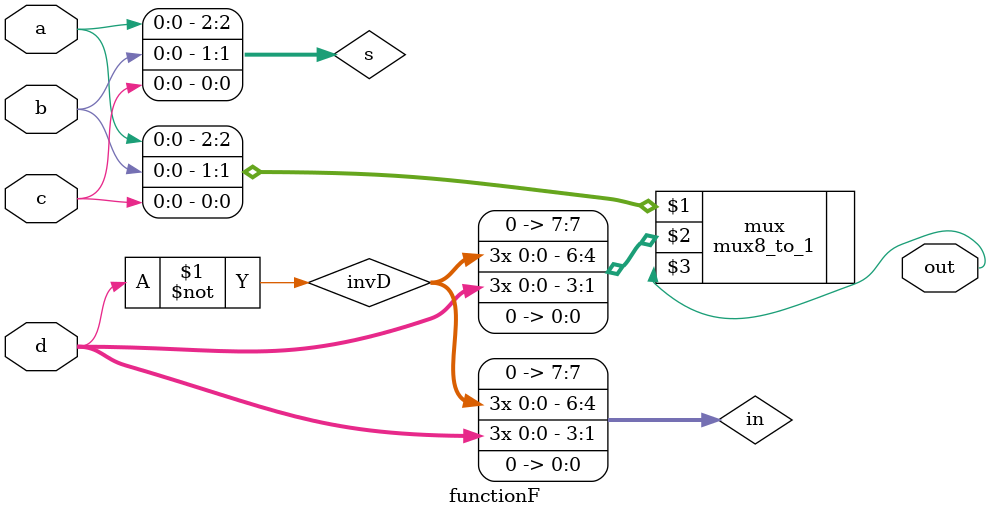
<source format=sv>
`timescale 1ns / 1ps

module functionF( input a,b,c,d, output out);

logic invD;
logic [2:0]s;
logic [7:0]in;

not( invD, d );

assign in[0] = 0;
assign in[1] = d;
assign in[2] = d;
assign in[3] = d;
assign in[4] = invD;
assign in[5] = invD;
assign in[6] = invD;
assign in[7] = 0;
assign s[0] = c;
assign s[1] = b;
assign s[2] = a;

mux8_to_1 mux(s,in,out);
    
endmodule


</source>
